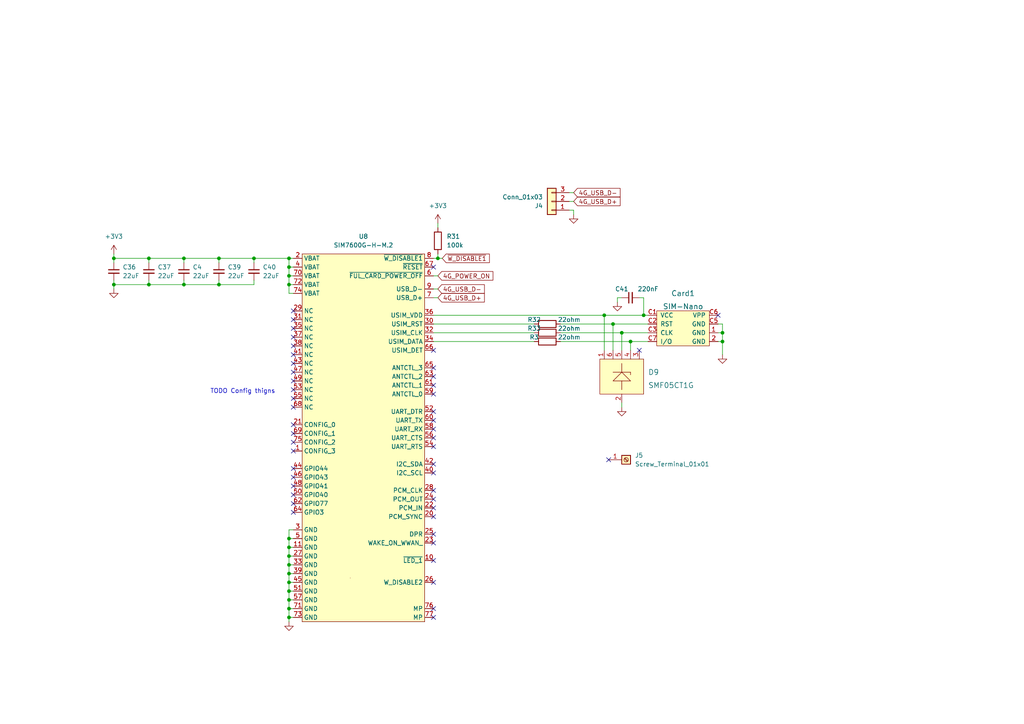
<source format=kicad_sch>
(kicad_sch (version 20211123) (generator eeschema)
  (paper "A4")
  (lib_symbols
    (symbol "Connector:Screw_Terminal_01x01" (pin_names (offset 1.016) hide)
      (property "Reference" "J" (at 0 2.54 0))
      (property "Value" "Screw_Terminal_01x01" (at 0 -2.54 0))
      (symbol "Screw_Terminal_01x01_1_1"
        (rectangle (start -1.27 1.27) (end 1.27 -1.27) (stroke (width 0.254)) (fill (type background)))
        (polyline (pts (xy -0.5334 0.3302) (xy 0.3302 -0.508)) (stroke (width 0.1524)))
        (polyline (pts (xy -0.3556 0.508) (xy 0.508 -0.3302)) (stroke (width 0.1524)))
        (circle (center 0 0) (radius 0.635) (stroke (width 0.1524)))
        (pin passive line (at -5.08 0 0) (length 3.81) (name "Pin_1") (number "1"))
      )
    )
    (symbol "Connector_Generic:Conn_01x03" (pin_names (offset 1.016) hide)
      (property "Reference" "J" (at 0 5.08 0))
      (property "Value" "Conn_01x03" (at 0 -5.08 0))
      (symbol "Conn_01x03_1_1"
        (rectangle (start -1.27 -2.413) (end 0 -2.667) (stroke (width 0.1524)))
        (rectangle (start -1.27 0.127) (end 0 -0.127) (stroke (width 0.1524)))
        (rectangle (start -1.27 2.667) (end 0 2.413) (stroke (width 0.1524)))
        (rectangle (start -1.27 3.81) (end 1.27 -3.81) (stroke (width 0.254)) (fill (type background)))
        (pin passive line (at -5.08 2.54 0) (length 3.81) (name "Pin_1") (number "1"))
        (pin passive line (at -5.08 0 0) (length 3.81) (name "Pin_2") (number "2"))
        (pin passive line (at -5.08 -2.54 0) (length 3.81) (name "Pin_3") (number "3"))
      )
    )
    (symbol "Device:C_Small" (pin_numbers hide) (pin_names (offset 0.254) hide)
      (property "Reference" "C" (at 0.254 1.778 0))
      (property "Value" "C_Small" (at 0.254 -2.032 0))
      (symbol "C_Small_0_1"
        (polyline (pts (xy -1.524 -0.508) (xy 1.524 -0.508)) (stroke (width 0.3302)))
        (polyline (pts (xy -1.524 0.508) (xy 1.524 0.508)) (stroke (width 0.3048)))
      )
      (symbol "C_Small_1_1"
        (pin passive line (at 0 2.54 270) (length 2.032) (name "~") (number "1"))
        (pin passive line (at 0 -2.54 90) (length 2.032) (name "~") (number "2"))
      )
    )
    (symbol "Device:R" (pin_numbers hide) (pin_names (offset 0))
      (property "Reference" "R" (at 2.032 0 90))
      (property "Value" "R" (at 0 0 90))
      (symbol "R_0_1"
        (rectangle (start -1.016 -2.54) (end 1.016 2.54) (stroke (width 0.254)))
      )
      (symbol "R_1_1"
        (pin passive line (at 0 3.81 270) (length 1.27) (name "~") (number "1"))
        (pin passive line (at 0 -3.81 90) (length 1.27) (name "~") (number "2"))
      )
    )
    (symbol "cacophony-symbols:SIM-Nano" (pin_names (offset 1.016))
      (property "Reference" "Card?" (at 0 8.89 0))
      (property "Value" "SIM-Nano" (at 1.27 6.35 0))
      (symbol "SIM-Nano_1_1"
        (rectangle (start -7.62 5.08) (end 7.62 -5.08) (fill (type background)))
        (pin input line (at 10.16 -1.27 180) (length 2.54) (name "GND") (number "1"))
        (pin input line (at 10.16 -3.81 180) (length 2.54) (name "GND") (number "2"))
        (pin unspecified line (at -10.16 3.81 0) (length 2.54) (name "VCC") (number "C1"))
        (pin unspecified line (at -10.16 1.27 0) (length 2.54) (name "RST") (number "C2"))
        (pin unspecified line (at -10.16 -1.27 0) (length 2.54) (name "CLK") (number "C3"))
        (pin unspecified line (at 10.16 1.27 180) (length 2.54) (name "GND") (number "C5"))
        (pin unspecified line (at 10.16 3.81 180) (length 2.54) (name "VPP") (number "C6"))
        (pin unspecified line (at -10.16 -3.81 0) (length 2.54) (name "I/O") (number "C7"))
      )
    )
    (symbol "cacophony-symbols:SIM7600G-H-M.2"
      (property "Reference" "U" (at 0 11.43 0))
      (property "Value" "SIM7600G-H-M.2" (at 0 8.89 0))
      (symbol "SIM7600G-H-M.2_0_1"
        (rectangle (start -12.7 -1.27) (end 22.86 -107.95) (fill (type background)))
        (rectangle (start 1.27 -95.25) (end 1.27 -95.25))
      )
      (symbol "SIM7600G-H-M.2_1_1"
        (pin input line (at -15.24 -58.42 0) (length 2.54) (name "CONFIG_3") (number "1"))
        (pin input line (at 25.4 -90.17 180) (length 2.54) (name "~{LED_1}") (number "10"))
        (pin input line (at -15.24 -86.36 0) (length 2.54) (name "GND") (number "11"))
        (pin input line (at -15.24 -2.54 0) (length 2.54) (name "VBAT") (number "2"))
        (pin input line (at 25.4 -77.47 180) (length 2.54) (name "PCM_SYNC") (number "20"))
        (pin input line (at -15.24 -50.8 0) (length 2.54) (name "CONFIG_0") (number "21"))
        (pin input line (at 25.4 -74.93 180) (length 2.54) (name "PCM_IN") (number "22"))
        (pin input line (at 25.4 -85.09 180) (length 2.54) (name "WAKE_ON_WWAN_") (number "23"))
        (pin input line (at 25.4 -72.39 180) (length 2.54) (name "PCM_OUT") (number "24"))
        (pin input line (at 25.4 -82.55 180) (length 2.54) (name "DPR") (number "25"))
        (pin input line (at 25.4 -96.52 180) (length 2.54) (name "W_DISABLE2") (number "26"))
        (pin input line (at -15.24 -88.9 0) (length 2.54) (name "GND") (number "27"))
        (pin input line (at 25.4 -69.85 180) (length 2.54) (name "PCM_CLK") (number "28"))
        (pin input line (at -15.24 -17.78 0) (length 2.54) (name "NC") (number "29"))
        (pin input line (at -15.24 -81.28 0) (length 2.54) (name "GND") (number "3"))
        (pin input line (at 25.4 -21.59 180) (length 2.54) (name "USIM_RST") (number "30"))
        (pin input line (at -15.24 -20.32 0) (length 2.54) (name "NC") (number "31"))
        (pin input line (at 25.4 -24.13 180) (length 2.54) (name "USIM_CLK") (number "32"))
        (pin input line (at -15.24 -91.44 0) (length 2.54) (name "GND") (number "33"))
        (pin input line (at 25.4 -26.67 180) (length 2.54) (name "USIM_DATA") (number "34"))
        (pin input line (at -15.24 -22.86 0) (length 2.54) (name "NC") (number "35"))
        (pin input line (at 25.4 -19.05 180) (length 2.54) (name "USIM_VDD") (number "36"))
        (pin input line (at -15.24 -25.4 0) (length 2.54) (name "NC") (number "37"))
        (pin input line (at -15.24 -27.94 0) (length 2.54) (name "NC") (number "38"))
        (pin input line (at -15.24 -93.98 0) (length 2.54) (name "GND") (number "39"))
        (pin input line (at -15.24 -5.08 0) (length 2.54) (name "VBAT") (number "4"))
        (pin passive line (at 25.4 -64.77 180) (length 2.54) (name "I2C_SCL") (number "40"))
        (pin input line (at -15.24 -30.48 0) (length 2.54) (name "NC") (number "41"))
        (pin passive line (at 25.4 -62.23 180) (length 2.54) (name "I2C_SDA") (number "42"))
        (pin input line (at -15.24 -33.02 0) (length 2.54) (name "NC") (number "43"))
        (pin input line (at -15.24 -63.5 0) (length 2.54) (name "GPIO44") (number "44"))
        (pin input line (at -15.24 -96.52 0) (length 2.54) (name "GND") (number "45"))
        (pin input line (at -15.24 -66.04 0) (length 2.54) (name "GPIO43") (number "46"))
        (pin input line (at -15.24 -35.56 0) (length 2.54) (name "NC") (number "47"))
        (pin input line (at -15.24 -68.58 0) (length 2.54) (name "GPIO41") (number "48"))
        (pin input line (at -15.24 -38.1 0) (length 2.54) (name "NC") (number "49"))
        (pin input line (at -15.24 -83.82 0) (length 2.54) (name "GND") (number "5"))
        (pin input line (at -15.24 -71.12 0) (length 2.54) (name "GPIO40") (number "50"))
        (pin input line (at -15.24 -99.06 0) (length 2.54) (name "GND") (number "51"))
        (pin input line (at 25.4 -46.99 180) (length 2.54) (name "UART_DTR") (number "52"))
        (pin input line (at -15.24 -40.64 0) (length 2.54) (name "NC") (number "53"))
        (pin input line (at 25.4 -57.15 180) (length 2.54) (name "UART_RTS") (number "54"))
        (pin input line (at -15.24 -43.18 0) (length 2.54) (name "NC") (number "55"))
        (pin input line (at 25.4 -54.61 180) (length 2.54) (name "UART_CTS") (number "56"))
        (pin input line (at -15.24 -101.6 0) (length 2.54) (name "GND") (number "57"))
        (pin passive line (at 25.4 -52.07 180) (length 2.54) (name "UART_RX") (number "58"))
        (pin input line (at 25.4 -41.91 180) (length 2.54) (name "ANTCTL_0") (number "59"))
        (pin input line (at 25.4 -7.62 180) (length 2.54) (name "~{FUL_CARD_POWER_OFF}") (number "6"))
        (pin passive line (at 25.4 -49.53 180) (length 2.54) (name "UART_TX") (number "60"))
        (pin input line (at 25.4 -39.37 180) (length 2.54) (name "ANTCTL_1") (number "61"))
        (pin input line (at -15.24 -73.66 0) (length 2.54) (name "GPIO77") (number "62"))
        (pin input line (at 25.4 -36.83 180) (length 2.54) (name "ANTCTL_2") (number "63"))
        (pin input line (at -15.24 -76.2 0) (length 2.54) (name "GPIO3") (number "64"))
        (pin input line (at 25.4 -34.29 180) (length 2.54) (name "ANTCTL_3") (number "65"))
        (pin input line (at 25.4 -29.21 180) (length 2.54) (name "USIM_DET") (number "66"))
        (pin input line (at 25.4 -5.08 180) (length 2.54) (name "~{RESET}") (number "67"))
        (pin input line (at -15.24 -45.72 0) (length 2.54) (name "NC") (number "68"))
        (pin input line (at -15.24 -53.34 0) (length 2.54) (name "CONFIG_1") (number "69"))
        (pin input line (at 25.4 -13.97 180) (length 2.54) (name "USB_D+") (number "7"))
        (pin input line (at -15.24 -7.62 0) (length 2.54) (name "VBAT") (number "70"))
        (pin input line (at -15.24 -104.14 0) (length 2.54) (name "GND") (number "71"))
        (pin input line (at -15.24 -10.16 0) (length 2.54) (name "VBAT") (number "72"))
        (pin input line (at -15.24 -106.68 0) (length 2.54) (name "GND") (number "73"))
        (pin input line (at -15.24 -12.7 0) (length 2.54) (name "VBAT") (number "74"))
        (pin input line (at -15.24 -55.88 0) (length 2.54) (name "CONFIG_2") (number "75"))
        (pin input line (at 25.4 -104.14 180) (length 2.54) (name "MP") (number "76"))
        (pin input line (at 25.4 -106.68 180) (length 2.54) (name "MP") (number "77"))
        (pin input line (at 25.4 -2.54 180) (length 2.54) (name "~{W_DISABLE1}") (number "8"))
        (pin input line (at 25.4 -11.43 180) (length 2.54) (name "USB_D-") (number "9"))
      )
    )
    (symbol "cacophony-symbols:SMF05CT1G" (pin_names (offset 1.016))
      (property "Reference" "D?" (at 0 12.7 0))
      (property "Value" "SMF05CT1G" (at 0 -12.7 0))
      (symbol "SMF05CT1G_0_1"
        (rectangle (start -6.35 3.81) (end 6.35 -6.35) (fill (type background)))
        (polyline (pts (xy 0 -2.54) (xy 0 -5.08)))
        (polyline (pts (xy 0 0) (xy 0 2.54)))
      )
      (symbol "SMF05CT1G_1_1"
        (polyline (pts (xy -2.54 0) (xy 2.54 0)))
        (polyline (pts (xy 2.54 0) (xy 2.54 -0.762)))
        (polyline (pts (xy 2.54 -2.54) (xy 0 0) (xy -2.54 -2.54) (xy 2.54 -2.54)) (fill (type background)))
        (pin input line (at -5.08 6.35 270) (length 2.54) (name "") (number "1"))
        (pin input line (at 0 -8.89 90) (length 2.54) (name "") (number "2"))
        (pin input line (at 5.08 6.35 270) (length 2.54) (name "") (number "3"))
        (pin input line (at 2.54 6.35 270) (length 2.54) (name "") (number "4"))
        (pin input line (at 0 6.35 270) (length 2.54) (name "") (number "5"))
        (pin input line (at -2.54 6.35 270) (length 2.54) (name "") (number "6"))
      )
    )
    (symbol "power:+3V3" (power) (pin_names (offset 0))
      (property "Value" "+3V3" (at 0 3.556 0))
      (symbol "+3V3_0_1"
        (polyline (pts (xy -0.762 1.27) (xy 0 2.54)))
        (polyline (pts (xy 0 0) (xy 0 2.54)))
        (polyline (pts (xy 0 2.54) (xy 0.762 1.27)))
      )
      (symbol "+3V3_1_1"
        (pin power_in line (at 0 0 90) (length 0) hide (name "+3V3") (number "1"))
      )
    )
    (symbol "power:GND" (power) (pin_names (offset 0))
      (property "Value" "GND" (at 0 -3.81 0))
      (symbol "GND_0_1"
        (polyline (pts (xy 0 0) (xy 0 -1.27) (xy 1.27 -1.27) (xy 0 -2.54) (xy -1.27 -1.27) (xy 0 -1.27)))
      )
      (symbol "GND_1_1"
        (pin power_in line (at 0 0 270) (length 0) hide (name "GND") (number "1"))
      )
    )
  )
  (junction (at 83.82 74.93))
  (junction (at 83.82 82.55))
  (junction (at 63.5 82.55))
  (junction (at 182.88 99.06))
  (junction (at 83.82 156.21))
  (junction (at 83.82 166.37))
  (junction (at 43.18 82.55))
  (junction (at 33.02 74.93))
  (junction (at 83.82 168.91))
  (junction (at 83.82 179.07))
  (junction (at 83.82 176.53))
  (junction (at 73.66 74.93))
  (junction (at 127 74.93))
  (junction (at 83.82 158.75))
  (junction (at 83.82 77.47))
  (junction (at 33.02 82.55))
  (junction (at 43.18 74.93))
  (junction (at 175.26 91.44))
  (junction (at 83.82 171.45))
  (junction (at 83.82 161.29))
  (junction (at 180.34 96.52))
  (junction (at 83.82 173.99))
  (junction (at 83.82 163.83))
  (junction (at 186.69 91.44))
  (junction (at 177.8 93.98))
  (junction (at 53.34 74.93))
  (junction (at 63.5 74.93))
  (junction (at 209.55 96.52))
  (junction (at 53.34 82.55))
  (junction (at 209.55 99.06))
  (junction (at 83.82 80.01))
  (no_connect (at 125.73 134.62))
  (no_connect (at 85.09 115.57))
  (no_connect (at 125.73 101.6))
  (no_connect (at 125.73 109.22))
  (no_connect (at 85.09 102.87))
  (no_connect (at 125.73 176.53))
  (no_connect (at 125.73 168.91))
  (no_connect (at 85.09 97.79))
  (no_connect (at 85.09 113.03))
  (no_connect (at 125.73 127))
  (no_connect (at 125.73 77.47))
  (no_connect (at 125.73 111.76))
  (no_connect (at 85.09 125.73))
  (no_connect (at 125.73 137.16))
  (no_connect (at 85.09 123.19))
  (no_connect (at 208.28 91.44))
  (no_connect (at 85.09 146.05))
  (no_connect (at 85.09 138.43))
  (no_connect (at 125.73 142.24))
  (no_connect (at 185.42 101.6))
  (no_connect (at 85.09 95.25))
  (no_connect (at 125.73 162.56))
  (no_connect (at 125.73 124.46))
  (no_connect (at 125.73 154.94))
  (no_connect (at 85.09 110.49))
  (no_connect (at 85.09 143.51))
  (no_connect (at 85.09 90.17))
  (no_connect (at 125.73 179.07))
  (no_connect (at 125.73 129.54))
  (no_connect (at 85.09 140.97))
  (no_connect (at 85.09 128.27))
  (no_connect (at 85.09 148.59))
  (no_connect (at 125.73 144.78))
  (no_connect (at 125.73 149.86))
  (no_connect (at 125.73 147.32))
  (no_connect (at 125.73 157.48))
  (no_connect (at 85.09 118.11))
  (no_connect (at 85.09 135.89))
  (no_connect (at 125.73 114.3))
  (no_connect (at 85.09 100.33))
  (no_connect (at 125.73 119.38))
  (no_connect (at 125.73 106.68))
  (no_connect (at 125.73 121.92))
  (no_connect (at 176.53 133.35))
  (no_connect (at 85.09 92.71))
  (no_connect (at 85.09 105.41))
  (no_connect (at 85.09 130.81))
  (no_connect (at 85.09 107.95))
  (wire (pts (xy 83.82 163.83) (xy 85.09 163.83)))
  (wire (pts (xy 208.28 93.98) (xy 209.55 93.98)))
  (wire (pts (xy 125.73 96.52) (xy 154.94 96.52)))
  (wire (pts (xy 83.82 74.93) (xy 73.66 74.93)))
  (wire (pts (xy 73.66 82.55) (xy 63.5 82.55)))
  (wire (pts (xy 186.69 91.44) (xy 186.69 86.36)))
  (wire (pts (xy 83.82 158.75) (xy 83.82 156.21)))
  (wire (pts (xy 73.66 74.93) (xy 63.5 74.93)))
  (wire (pts (xy 175.26 91.44) (xy 186.69 91.44)))
  (wire (pts (xy 125.73 83.82) (xy 127 83.82)))
  (wire (pts (xy 33.02 73.66) (xy 33.02 74.93)))
  (wire (pts (xy 33.02 81.28) (xy 33.02 82.55)))
  (wire (pts (xy 83.82 180.34) (xy 83.82 179.07)))
  (wire (pts (xy 83.82 161.29) (xy 83.82 158.75)))
  (wire (pts (xy 208.28 99.06) (xy 209.55 99.06)))
  (wire (pts (xy 83.82 85.09) (xy 85.09 85.09)))
  (wire (pts (xy 73.66 81.28) (xy 73.66 82.55)))
  (wire (pts (xy 125.73 91.44) (xy 175.26 91.44)))
  (wire (pts (xy 165.1 60.96) (xy 166.37 60.96)))
  (wire (pts (xy 83.82 80.01) (xy 83.82 82.55)))
  (wire (pts (xy 53.34 82.55) (xy 43.18 82.55)))
  (wire (pts (xy 209.55 102.87) (xy 209.55 99.06)))
  (wire (pts (xy 125.73 86.36) (xy 127 86.36)))
  (wire (pts (xy 53.34 74.93) (xy 43.18 74.93)))
  (wire (pts (xy 125.73 99.06) (xy 154.94 99.06)))
  (wire (pts (xy 177.8 93.98) (xy 177.8 101.6)))
  (wire (pts (xy 83.82 166.37) (xy 85.09 166.37)))
  (wire (pts (xy 209.55 93.98) (xy 209.55 96.52)))
  (wire (pts (xy 83.82 156.21) (xy 83.82 153.67)))
  (wire (pts (xy 83.82 176.53) (xy 85.09 176.53)))
  (wire (pts (xy 83.82 74.93) (xy 85.09 74.93)))
  (wire (pts (xy 182.88 99.06) (xy 187.96 99.06)))
  (wire (pts (xy 186.69 91.44) (xy 187.96 91.44)))
  (wire (pts (xy 180.34 96.52) (xy 187.96 96.52)))
  (wire (pts (xy 63.5 81.28) (xy 63.5 82.55)))
  (wire (pts (xy 83.82 179.07) (xy 83.82 176.53)))
  (wire (pts (xy 208.28 96.52) (xy 209.55 96.52)))
  (wire (pts (xy 125.73 93.98) (xy 154.94 93.98)))
  (wire (pts (xy 162.56 99.06) (xy 182.88 99.06)))
  (wire (pts (xy 43.18 81.28) (xy 43.18 82.55)))
  (wire (pts (xy 127 74.93) (xy 125.73 74.93)))
  (wire (pts (xy 83.82 173.99) (xy 85.09 173.99)))
  (wire (pts (xy 83.82 176.53) (xy 83.82 173.99)))
  (wire (pts (xy 83.82 179.07) (xy 85.09 179.07)))
  (wire (pts (xy 125.73 80.01) (xy 127 80.01)))
  (wire (pts (xy 63.5 82.55) (xy 53.34 82.55)))
  (wire (pts (xy 83.82 153.67) (xy 85.09 153.67)))
  (wire (pts (xy 83.82 168.91) (xy 85.09 168.91)))
  (wire (pts (xy 83.82 171.45) (xy 85.09 171.45)))
  (wire (pts (xy 83.82 74.93) (xy 83.82 77.47)))
  (wire (pts (xy 127 74.93) (xy 128.27 74.93)))
  (wire (pts (xy 83.82 163.83) (xy 83.82 161.29)))
  (wire (pts (xy 43.18 82.55) (xy 33.02 82.55)))
  (wire (pts (xy 83.82 82.55) (xy 83.82 85.09)))
  (wire (pts (xy 33.02 82.55) (xy 33.02 83.82)))
  (wire (pts (xy 83.82 80.01) (xy 85.09 80.01)))
  (wire (pts (xy 166.37 58.42) (xy 165.1 58.42)))
  (wire (pts (xy 83.82 168.91) (xy 83.82 166.37)))
  (wire (pts (xy 73.66 74.93) (xy 73.66 76.2)))
  (wire (pts (xy 63.5 74.93) (xy 63.5 76.2)))
  (wire (pts (xy 83.82 166.37) (xy 83.82 163.83)))
  (wire (pts (xy 83.82 161.29) (xy 85.09 161.29)))
  (wire (pts (xy 177.8 93.98) (xy 187.96 93.98)))
  (wire (pts (xy 83.82 82.55) (xy 85.09 82.55)))
  (wire (pts (xy 83.82 156.21) (xy 85.09 156.21)))
  (wire (pts (xy 83.82 77.47) (xy 85.09 77.47)))
  (wire (pts (xy 209.55 99.06) (xy 209.55 96.52)))
  (wire (pts (xy 166.37 55.88) (xy 165.1 55.88)))
  (wire (pts (xy 180.34 96.52) (xy 180.34 101.6)))
  (wire (pts (xy 127 64.77) (xy 127 66.04)))
  (wire (pts (xy 162.56 93.98) (xy 177.8 93.98)))
  (wire (pts (xy 43.18 74.93) (xy 33.02 74.93)))
  (wire (pts (xy 83.82 77.47) (xy 83.82 80.01)))
  (wire (pts (xy 83.82 158.75) (xy 85.09 158.75)))
  (wire (pts (xy 180.34 86.36) (xy 179.07 86.36)))
  (wire (pts (xy 175.26 91.44) (xy 175.26 101.6)))
  (wire (pts (xy 179.07 86.36) (xy 179.07 87.63)))
  (wire (pts (xy 162.56 96.52) (xy 180.34 96.52)))
  (wire (pts (xy 83.82 171.45) (xy 83.82 168.91)))
  (wire (pts (xy 53.34 74.93) (xy 53.34 76.2)))
  (wire (pts (xy 53.34 81.28) (xy 53.34 82.55)))
  (wire (pts (xy 43.18 74.93) (xy 43.18 76.2)))
  (wire (pts (xy 63.5 74.93) (xy 53.34 74.93)))
  (wire (pts (xy 182.88 99.06) (xy 182.88 101.6)))
  (wire (pts (xy 180.34 116.84) (xy 180.34 118.11)))
  (wire (pts (xy 33.02 74.93) (xy 33.02 76.2)))
  (wire (pts (xy 185.42 86.36) (xy 186.69 86.36)))
  (wire (pts (xy 83.82 173.99) (xy 83.82 171.45)))
  (wire (pts (xy 166.37 60.96) (xy 166.37 62.23)))
  (wire (pts (xy 127 73.66) (xy 127 74.93)))
  (text "TODO Config thigns" (at 60.96 114.3 0) (effects (font (size 1.27 1.27)) (justify left bottom)))
  (global_label "4G_POWER_ON" (shape input) (at 127 80.01 0) (property "Intersheet References" "${INTERSHEET_REFS}" (effects hide)))
  (global_label "4G_USB_D-" (shape input) (at 166.37 55.88 0) (property "Intersheet References" "${INTERSHEET_REFS}" (effects hide)))
  (global_label "4G_USB_D-" (shape input) (at 127 83.82 0) (property "Intersheet References" "${INTERSHEET_REFS}" (effects hide)))
  (global_label "~{W_DISABLE1}" (shape input) (at 128.27 74.93 0) (property "Intersheet References" "${INTERSHEET_REFS}" (effects hide)))
  (global_label "4G_USB_D+" (shape input) (at 166.37 58.42 0) (property "Intersheet References" "${INTERSHEET_REFS}" (effects hide)))
  (global_label "4G_USB_D+" (shape input) (at 127 86.36 0) (property "Intersheet References" "${INTERSHEET_REFS}" (effects hide)))
  (symbol (lib_id "cacophony-symbols:SMF05CT1G") (at 180.34 107.95 0) (unit 1)
    (property "Reference" "D9" (at 187.96 107.95 0) (effects (font (size 1.524 1.524)) (justify left)))
    (property "Value" "SMF05CT1G" (at 187.96 111.76 0) (effects (font (size 1.524 1.524)) (justify left)))
    (property "Footprint" "cacophony-footprints:SOT-363_L2.0-W1.3-P0.65-LS2.1-TL" (effects hide))
    (property "Datasheet" "https://lcsc.com/product-detail/TVS_ON_SMF05CT1G_SMF05CT1G_C15879.html" (effects hide))
    (property "Manufacturer" "ON" (effects hide))
    (property "LCSC" "C15879" (effects hide))
  )
  (symbol (lib_id "Device:C_Small") (at 63.5 78.74 0) (unit 1)
    (property "Reference" "C39" (at 66.04 77.4762 0) (effects (justify left)))
    (property "Value" "22uF" (at 66.04 80.0162 0) (effects (justify left)))
    (property "Footprint" "Capacitor_SMD:C_0603_1608Metric" (effects hide))
    (property "LCSC" "C86295" (effects hide))
  )
  (symbol (lib_id "power:GND") (at 209.55 102.87 0) (unit 1)
    (property "Reference" "#PWR0127" (effects hide))
    (property "Value" "GND" (effects hide))
  )
  (symbol (lib_id "Connector:Screw_Terminal_01x01") (at 181.61 133.35 0) (unit 1)
    (property "Reference" "J5" (at 184.15 132.08 0) (effects (justify left)))
    (property "Value" "Screw_Terminal_01x01" (at 184.15 134.6199 0) (effects (justify left)))
    (property "Footprint" "cacophony-library:SMD_BD4.4-L4.4-D2.8" (effects hide))
    (property "LCSC" "C2928178" (effects hide))
  )
  (symbol (lib_id "Device:R") (at 158.75 93.98 90) (unit 1)
    (property "Reference" "R32" (at 154.94 92.71 90))
    (property "Value" "22ohm" (at 165.1 92.71 90))
    (property "Footprint" "Resistor_SMD:R_0402_1005Metric" (effects hide))
    (property "LCSC" "C25092" (effects hide))
  )
  (symbol (lib_id "Device:R") (at 158.75 99.06 90) (unit 1)
    (property "Reference" "R3" (at 154.94 97.79 90))
    (property "Value" "22ohm" (at 165.1 97.79 90))
    (property "Footprint" "Resistor_SMD:R_0402_1005Metric" (effects hide))
    (property "LCSC" "C25092" (effects hide))
  )
  (symbol (lib_id "power:GND") (at 166.37 62.23 0) (unit 1)
    (property "Reference" "#PWR0131" (effects hide))
    (property "Value" "GND" (effects hide))
  )
  (symbol (lib_id "Device:C_Small") (at 53.34 78.74 0) (unit 1)
    (property "Reference" "C4" (at 55.88 77.4762 0) (effects (justify left)))
    (property "Value" "22uF" (at 55.88 80.0162 0) (effects (justify left)))
    (property "Footprint" "Capacitor_SMD:C_0603_1608Metric" (effects hide))
    (property "LCSC" "C86295" (effects hide))
  )
  (symbol (lib_id "Connector_Generic:Conn_01x03") (at 160.02 58.42 180) (unit 1) (in_bom no)
    (property "Reference" "J4" (at 157.48 59.6901 0) (effects (justify left)))
    (property "Value" "Conn_01x03" (at 157.48 57.1501 0) (effects (justify left)))
    (property "Footprint" "Connector_PinHeader_2.54mm:PinHeader_1x03_P2.54mm_Vertical" (effects hide))
  )
  (symbol (lib_id "Device:R") (at 127 69.85 0) (unit 1)
    (property "Reference" "R31" (at 129.54 68.5799 0) (effects (justify left)))
    (property "Value" "100k" (at 129.54 71.1199 0) (effects (justify left)))
    (property "Footprint" "Resistor_SMD:R_0402_1005Metric" (effects hide))
    (property "LCSC" "C25741" (effects hide))
  )
  (symbol (lib_id "Device:C_Small") (at 33.02 78.74 0) (unit 1)
    (property "Reference" "C36" (at 35.56 77.4762 0) (effects (justify left)))
    (property "Value" "22uF" (at 35.56 80.0162 0) (effects (justify left)))
    (property "Footprint" "Capacitor_SMD:C_0603_1608Metric" (effects hide))
    (property "LCSC" "C86295" (effects hide))
  )
  (symbol (lib_id "Device:C_Small") (at 43.18 78.74 0) (unit 1)
    (property "Reference" "C37" (at 45.72 77.4762 0) (effects (justify left)))
    (property "Value" "22uF" (at 45.72 80.0162 0) (effects (justify left)))
    (property "Footprint" "Capacitor_SMD:C_0603_1608Metric" (effects hide))
    (property "LCSC" "C86295" (effects hide))
  )
  (symbol (lib_id "Device:C_Small") (at 182.88 86.36 90) (unit 1)
    (property "Reference" "C41" (at 180.34 83.82 90))
    (property "Value" "220nF" (at 187.96 83.82 90))
    (property "Footprint" "Capacitor_SMD:C_0402_1005Metric" (effects hide))
    (property "LCSC" "C16772" (effects hide))
  )
  (symbol (lib_id "power:GND") (at 179.07 87.63 0) (unit 1)
    (property "Reference" "#PWR0128" (effects hide))
    (property "Value" "GND" (effects hide))
  )
  (symbol (lib_id "Device:R") (at 158.75 96.52 90) (unit 1)
    (property "Reference" "R33" (at 154.94 95.25 90))
    (property "Value" "22ohm" (at 165.1 95.25 90))
    (property "Footprint" "Resistor_SMD:R_0402_1005Metric" (effects hide))
    (property "LCSC" "C25092" (effects hide))
  )
  (symbol (lib_id "power:+3V3") (at 127 64.77 0) (unit 1)
    (property "Reference" "#PWR0140" (effects hide))
    (property "Value" "+3V3" (at 127 59.69 0))
  )
  (symbol (lib_id "power:GND") (at 83.82 180.34 0) (unit 1)
    (property "Reference" "#PWR0130" (effects hide))
    (property "Value" "GND" (effects hide))
  )
  (symbol (lib_id "Device:C_Small") (at 73.66 78.74 0) (unit 1)
    (property "Reference" "C40" (at 76.2 77.4762 0) (effects (justify left)))
    (property "Value" "22uF" (at 76.2 80.0162 0) (effects (justify left)))
    (property "Footprint" "Capacitor_SMD:C_0603_1608Metric" (effects hide))
    (property "LCSC" "C86295" (effects hide))
  )
  (symbol (lib_id "cacophony-symbols:SIM7600G-H-M.2") (at 100.33 72.39 0) (unit 1)
    (property "Reference" "U8" (at 105.41 68.58 0))
    (property "Value" "SIM7600G-H-M.2" (at 105.41 71.12 0))
    (property "Footprint" "cacophony-footprints:M.2" (effects hide))
    (property "LCSC" "C2761526" (effects hide))
  )
  (symbol (lib_id "power:GND") (at 180.34 118.11 0) (unit 1)
    (property "Reference" "#PWR0126" (effects hide))
    (property "Value" "GND" (effects hide))
  )
  (symbol (lib_id "cacophony-symbols:SIM-Nano") (at 198.12 95.25 0) (unit 1)
    (property "Reference" "Card1" (at 198.12 85.09 0) (effects (font (size 1.524 1.524))))
    (property "Value" "SIM-Nano" (at 198.12 88.9 0) (effects (font (size 1.524 1.524))))
    (property "Footprint" "cacophony-footprints:SIM-Nano" (effects hide))
    (property "Datasheet" "https://lcsc.com/product-detail/Card-Sockets_SIMDeck_C125618.html" (effects hide))
    (property "Manufacturer" "SOFNG" (effects hide))
    (property "LCSC" "C266889" (effects hide))
    (property "JLC Part" "Extended Part" (effects hide))
  )
  (symbol (lib_id "power:+3V3") (at 33.02 73.66 0) (unit 1)
    (property "Reference" "#PWR0139" (effects hide))
    (property "Value" "+3V3" (at 33.02 68.58 0))
  )
  (symbol (lib_id "power:GND") (at 33.02 83.82 0) (unit 1)
    (property "Reference" "#PWR0125" (effects hide))
    (property "Value" "GND" (effects hide))
  )
)
</source>
